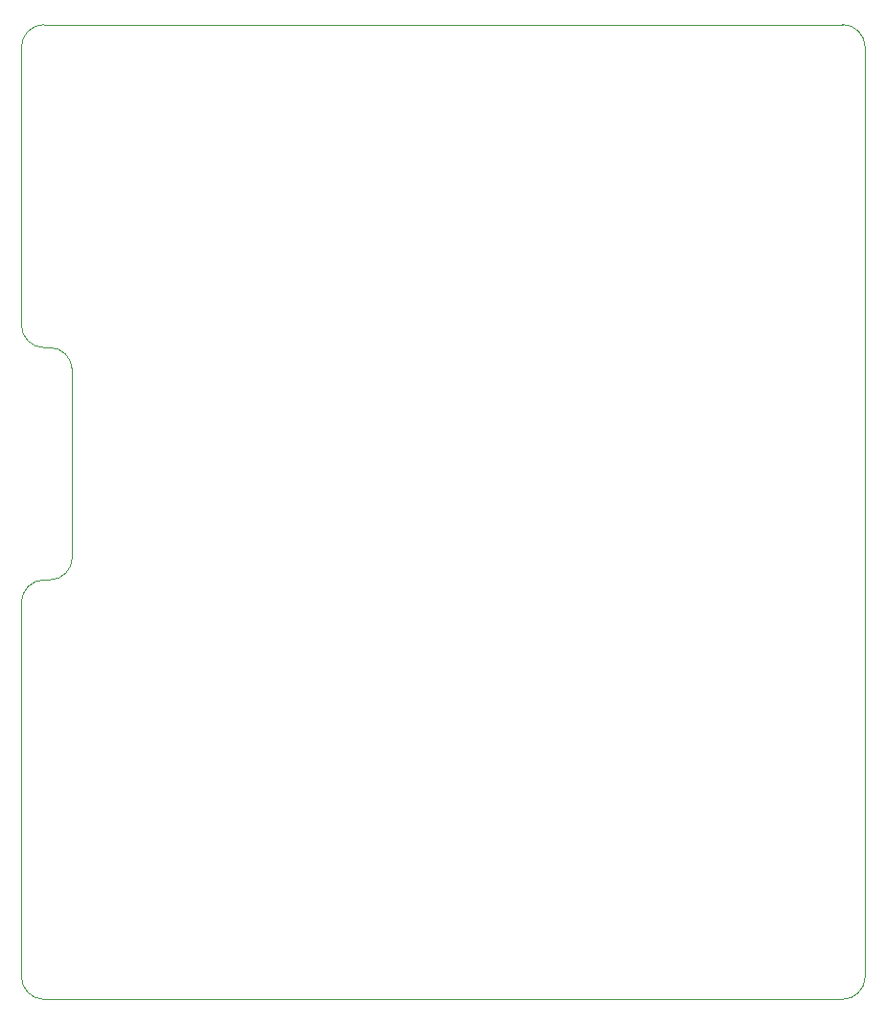
<source format=gbr>
G04 #@! TF.GenerationSoftware,KiCad,Pcbnew,(5.1.5-0-10_14)*
G04 #@! TF.CreationDate,2021-01-28T08:30:45+01:00*
G04 #@! TF.ProjectId,BEASTH7_01,42454153-5448-4375-9f30-312e6b696361,rev?*
G04 #@! TF.SameCoordinates,Original*
G04 #@! TF.FileFunction,Profile,NP*
%FSLAX46Y46*%
G04 Gerber Fmt 4.6, Leading zero omitted, Abs format (unit mm)*
G04 Created by KiCad (PCBNEW (5.1.5-0-10_14)) date 2021-01-28 08:30:45*
%MOMM*%
%LPD*%
G04 APERTURE LIST*
%ADD10C,0.050000*%
G04 APERTURE END LIST*
D10*
X88500000Y-70500000D02*
X159000000Y-70500000D01*
X86500000Y-72500000D02*
X86500000Y-97000000D01*
X86500000Y-154500000D02*
X86500000Y-121500000D01*
X88500000Y-156500000D02*
G75*
G02X86500000Y-154500000I0J2000000D01*
G01*
X159000000Y-156500000D02*
X88500000Y-156500000D01*
X161000000Y-154500000D02*
G75*
G02X159000000Y-156500000I-2000000J0D01*
G01*
X161000000Y-72500000D02*
X161000000Y-154500000D01*
X159000000Y-70500000D02*
G75*
G02X161000000Y-72500000I0J-2000000D01*
G01*
X86500000Y-72500000D02*
G75*
G02X88500000Y-70500000I2000000J0D01*
G01*
X88500000Y-99000000D02*
X89000000Y-99000000D01*
X91000000Y-117500000D02*
X91000000Y-101000000D01*
X88500000Y-119500000D02*
X89000000Y-119500000D01*
X86500000Y-121500000D02*
G75*
G02X88500000Y-119500000I2000000J0D01*
G01*
X91000000Y-117500000D02*
G75*
G02X89000000Y-119500000I-2000000J0D01*
G01*
X89000000Y-99000000D02*
G75*
G02X91000000Y-101000000I0J-2000000D01*
G01*
X88500000Y-99000000D02*
G75*
G02X86500000Y-97000000I0J2000000D01*
G01*
M02*

</source>
